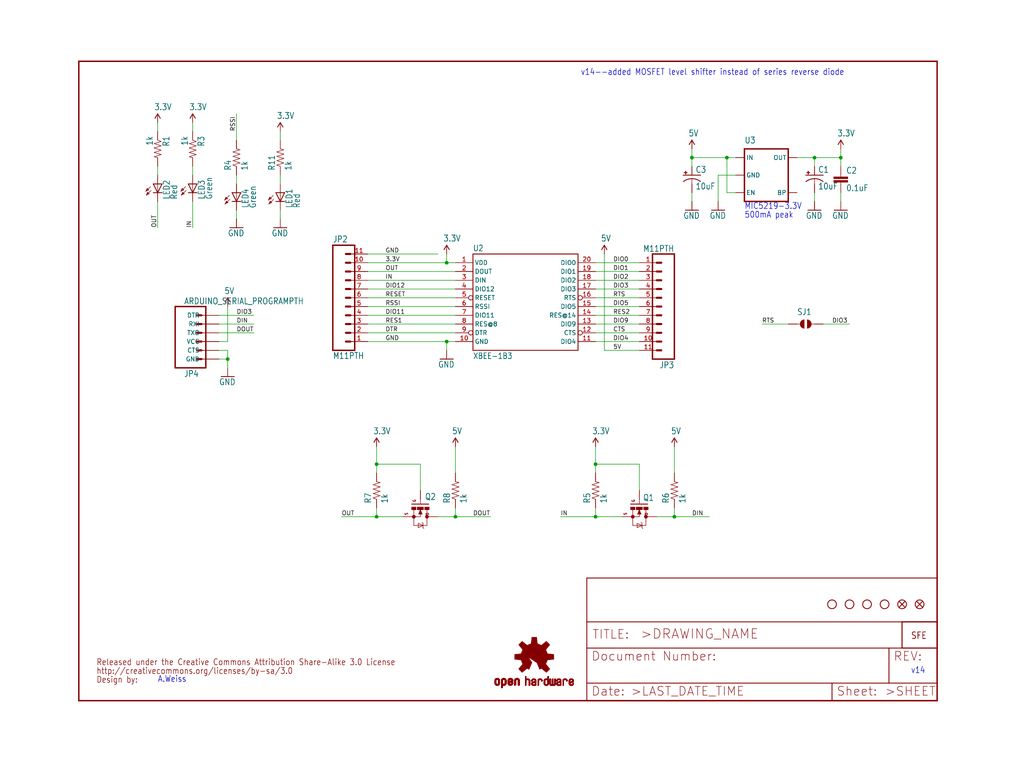
<source format=kicad_sch>
(kicad_sch (version 20211123) (generator eeschema)
  (paper "User" 297.002 223.926)
  (lib_symbols
    (symbol "eagleSchem-eagle-import:3.3V" (power)
      (property "Value" "3.3V" (at -1.016 3.556 0))
      (symbol "3.3V_1_0"
        (pin power_in line (at 0 0 90) (length 2.54) (name "3.3V") (number "1"))
      )
    )
    (symbol "eagleSchem-eagle-import:5V" (power)
      (property "Value" "5V" (at -1.016 3.556 0))
      (symbol "5V_1_0"
        (pin power_in line (at 0 0 90) (length 2.54) (name "5V") (number "1"))
      )
    )
    (symbol "eagleSchem-eagle-import:ARDUINO_SERIAL_PROGRAMPTH"
      (property "Reference" "JP" (at -5.08 10.922 0))
      (property "Value" "ARDUINO_SERIAL_PROGRAMPTH" (at -5.08 -10.16 0))
      (symbol "ARDUINO_SERIAL_PROGRAMPTH_1_0"
        (pin passive line (at 5.08 -5.08 180) (length 5.08) (name "DTR") (number "1"))
        (pin passive line (at 5.08 -2.54 180) (length 5.08) (name "RXI") (number "2"))
        (pin passive line (at 5.08 0 180) (length 5.08) (name "TXO") (number "3"))
        (pin passive line (at 5.08 2.54 180) (length 5.08) (name "VCC") (number "4"))
        (pin passive line (at 5.08 5.08 180) (length 5.08) (name "CTS") (number "5"))
        (pin passive line (at 5.08 7.62 180) (length 5.08) (name "GND") (number "6"))
      )
    )
    (symbol "eagleSchem-eagle-import:CAP0402-CAP"
      (property "Reference" "C" (at 1.524 2.921 0))
      (property "Value" "CAP0402-CAP" (at 1.524 -2.159 0))
      (symbol "CAP0402-CAP_1_0"
        (pin passive line (at 0 5.08 270) (length 2.54) (name "1") (number "1"))
        (pin passive line (at 0 -2.54 90) (length 2.54) (name "2") (number "2"))
      )
    )
    (symbol "eagleSchem-eagle-import:CAP_POL1206"
      (property "Reference" "C" (at 1.016 0.635 0))
      (property "Value" "CAP_POL1206" (at 1.016 -4.191 0))
      (symbol "CAP_POL1206_1_0"
        (pin passive line (at 0 2.54 270) (length 2.54) (name "+") (number "A"))
        (pin passive line (at 0 -5.08 90) (length 2.54) (name "-") (number "C"))
      )
    )
    (symbol "eagleSchem-eagle-import:CREATIVE_COMMONS"
      (symbol "CREATIVE_COMMONS_1_0"
        (text "Design by:" (at 0 0 0) (effects (font (size 1.778 1.5113)) (justify left bottom)))
        (text "http://creativecommons.org/licenses/by-sa/3.0" (at 0 2.54 0) (effects (font (size 1.778 1.5113)) (justify left bottom)))
        (text "Released under the Creative Commons Attribution Share-Alike 3.0 License" (at 0 5.08 0) (effects (font (size 1.778 1.5113)) (justify left bottom)))
      )
    )
    (symbol "eagleSchem-eagle-import:FIDUCIAL1X2")
    (symbol "eagleSchem-eagle-import:FRAME-LETTER"
      (symbol "FRAME-LETTER_2_0"
        (text ">DRAWING_NAME" (at 15.494 17.78 0) (effects (font (size 2.7432 2.7432)) (justify left bottom)))
        (text ">LAST_DATE_TIME" (at 12.7 1.27 0) (effects (font (size 2.54 2.54)) (justify left bottom)))
        (text ">SHEET" (at 86.36 1.27 0) (effects (font (size 2.54 2.54)) (justify left bottom)))
        (text "Date:" (at 1.27 1.27 0) (effects (font (size 2.54 2.54)) (justify left bottom)))
        (text "Document Number:" (at 1.27 11.43 0) (effects (font (size 2.54 2.54)) (justify left bottom)))
        (text "REV:" (at 88.9 11.43 0) (effects (font (size 2.54 2.54)) (justify left bottom)))
        (text "Sheet:" (at 72.39 1.27 0) (effects (font (size 2.54 2.54)) (justify left bottom)))
        (text "TITLE:" (at 1.524 17.78 0) (effects (font (size 2.54 2.54)) (justify left bottom)))
      )
    )
    (symbol "eagleSchem-eagle-import:GND" (power)
      (property "Value" "GND" (at -2.54 -2.54 0))
      (symbol "GND_1_0"
        (pin power_in line (at 0 2.54 270) (length 2.54) (name "GND") (number "1"))
      )
    )
    (symbol "eagleSchem-eagle-import:LED0603"
      (property "Reference" "LED" (at 3.556 -4.572 90))
      (property "Value" "LED0603" (at 5.715 -4.572 90))
      (symbol "LED0603_1_0"
        (pin passive line (at 0 2.54 270) (length 2.54) (name "A") (number "A"))
        (pin passive line (at 0 -5.08 90) (length 2.54) (name "C") (number "C"))
      )
    )
    (symbol "eagleSchem-eagle-import:LOGO-SFENEW"
      (symbol "LOGO-SFENEW_1_0"
        (text "SFE" (at 0 0 0) (effects (font (size 1.9304 1.6408)) (justify left bottom)))
      )
    )
    (symbol "eagleSchem-eagle-import:LOGO-SFESK"
      (symbol "LOGO-SFESK_1_0"
        (text "SFE" (at 0 0 0) (effects (font (size 1.9304 1.6408)) (justify left bottom)))
      )
    )
    (symbol "eagleSchem-eagle-import:M11PTH"
      (property "Reference" "JP" (at 0 16.002 0))
      (property "Value" "M11PTH" (at 0 -17.78 0))
      (symbol "M11PTH_1_0"
        (pin passive line (at 10.16 -12.7 180) (length 5.08) (name "1") (number "1"))
        (pin passive line (at 10.16 10.16 180) (length 5.08) (name "10") (number "10"))
        (pin passive line (at 10.16 12.7 180) (length 5.08) (name "11") (number "11"))
        (pin passive line (at 10.16 -10.16 180) (length 5.08) (name "2") (number "2"))
        (pin passive line (at 10.16 -7.62 180) (length 5.08) (name "3") (number "3"))
        (pin passive line (at 10.16 -5.08 180) (length 5.08) (name "4") (number "4"))
        (pin passive line (at 10.16 -2.54 180) (length 5.08) (name "5") (number "5"))
        (pin passive line (at 10.16 0 180) (length 5.08) (name "6") (number "6"))
        (pin passive line (at 10.16 2.54 180) (length 5.08) (name "7") (number "7"))
        (pin passive line (at 10.16 5.08 180) (length 5.08) (name "8") (number "8"))
        (pin passive line (at 10.16 7.62 180) (length 5.08) (name "9") (number "9"))
      )
    )
    (symbol "eagleSchem-eagle-import:MOSFET-NCHANNELSMD"
      (property "Reference" "Q" (at 5.08 2.54 0))
      (property "Value" "MOSFET-NCHANNELSMD" (at 5.08 0 0))
      (symbol "MOSFET-NCHANNELSMD_1_0"
        (text "D" (at -1.27 2.54 0) (effects (font (size 0.8128 0.6908)) (justify left bottom)))
        (text "G" (at -5.08 -1.27 0) (effects (font (size 0.8128 0.6908)) (justify left bottom)))
        (text "S" (at -1.27 -3.556 0) (effects (font (size 0.8128 0.6908)) (justify left bottom)))
        (pin passive line (at -7.62 0 0) (length 2.54) (name "G") (number "1"))
        (pin passive line (at 0 -5.08 90) (length 2.54) (name "S") (number "2"))
        (pin passive line (at 0 5.08 270) (length 2.54) (name "D") (number "3"))
      )
    )
    (symbol "eagleSchem-eagle-import:OSHW-LOGOS")
    (symbol "eagleSchem-eagle-import:RESISTOR0402-RES"
      (property "Reference" "R" (at -3.81 1.4986 0))
      (property "Value" "RESISTOR0402-RES" (at -3.81 -3.302 0))
      (symbol "RESISTOR0402-RES_1_0"
        (pin passive line (at -5.08 0 0) (length 2.54) (name "1") (number "1"))
        (pin passive line (at 5.08 0 180) (length 2.54) (name "2") (number "2"))
      )
    )
    (symbol "eagleSchem-eagle-import:SOLDERJUMPERNO"
      (property "Reference" "SJ" (at -2.54 2.54 0))
      (symbol "SOLDERJUMPERNO_1_0"
        (pin passive line (at -5.08 0 0) (length 2.54) (name "1") (number "1"))
        (pin passive line (at 5.08 0 180) (length 2.54) (name "2") (number "2"))
      )
    )
    (symbol "eagleSchem-eagle-import:STAND-OFF")
    (symbol "eagleSchem-eagle-import:V_REG_LDOSMD"
      (property "Value" "V_REG_LDOSMD" (at -7.62 -11.43 0))
      (symbol "V_REG_LDOSMD_1_0"
        (pin input line (at -10.16 5.08 0) (length 2.54) (name "IN") (number "1"))
        (pin input line (at -10.16 0 0) (length 2.54) (name "GND") (number "2"))
        (pin input line (at -10.16 -5.08 0) (length 2.54) (name "EN") (number "3"))
        (pin input line (at 7.62 -5.08 180) (length 2.54) (name "BP") (number "4"))
        (pin passive line (at 7.62 5.08 180) (length 2.54) (name "OUT") (number "5"))
      )
    )
    (symbol "eagleSchem-eagle-import:XBEE-1B3"
      (property "Value" "XBEE-1B3" (at -15.24 -17.78 0))
      (symbol "XBEE-1B3_1_0"
        (pin power_in line (at -20.32 10.16 0) (length 5.08) (name "VDD") (number "1"))
        (pin power_in line (at -20.32 -12.7 0) (length 5.08) (name "GND") (number "10"))
        (pin bidirectional line (at 20.32 -12.7 180) (length 5.08) (name "DIO4") (number "11"))
        (pin output inverted (at 20.32 -10.16 180) (length 5.08) (name "CTS") (number "12"))
        (pin bidirectional line (at 20.32 -7.62 180) (length 5.08) (name "DIO9") (number "13"))
        (pin bidirectional line (at 20.32 -5.08 180) (length 5.08) (name "RES@14") (number "14"))
        (pin bidirectional line (at 20.32 -2.54 180) (length 5.08) (name "DIO5") (number "15"))
        (pin input inverted (at 20.32 0 180) (length 5.08) (name "RTS") (number "16"))
        (pin bidirectional line (at 20.32 2.54 180) (length 5.08) (name "DIO3") (number "17"))
        (pin bidirectional line (at 20.32 5.08 180) (length 5.08) (name "DIO2") (number "18"))
        (pin bidirectional line (at 20.32 7.62 180) (length 5.08) (name "DIO1") (number "19"))
        (pin output line (at -20.32 7.62 0) (length 5.08) (name "DOUT") (number "2"))
        (pin bidirectional line (at 20.32 10.16 180) (length 5.08) (name "DIO0") (number "20"))
        (pin input line (at -20.32 5.08 0) (length 5.08) (name "DIN") (number "3"))
        (pin bidirectional line (at -20.32 2.54 0) (length 5.08) (name "DIO12") (number "4"))
        (pin input inverted (at -20.32 0 0) (length 5.08) (name "RESET") (number "5"))
        (pin bidirectional line (at -20.32 -2.54 0) (length 5.08) (name "RSSI") (number "6"))
        (pin bidirectional line (at -20.32 -5.08 0) (length 5.08) (name "DIO11") (number "7"))
        (pin bidirectional line (at -20.32 -7.62 0) (length 5.08) (name "RES@8") (number "8"))
        (pin bidirectional inverted (at -20.32 -10.16 0) (length 5.08) (name "DTR") (number "9"))
      )
    )
  )
  (junction (at 243.84 45.72))
  (junction (at 132.08 149.86))
  (junction (at 195.58 149.86))
  (junction (at 200.66 45.72))
  (junction (at 210.82 45.72))
  (junction (at 129.54 99.06))
  (junction (at 236.22 45.72))
  (junction (at 172.72 149.86))
  (junction (at 109.22 149.86))
  (junction (at 109.22 134.62))
  (junction (at 66.04 104.14))
  (junction (at 172.72 134.62))
  (junction (at 129.54 76.2))
  (wire (pts (xy 129.54 76.2) (xy 129.54 73.66)))
  (wire (pts (xy 172.72 147.32) (xy 172.72 149.86)))
  (wire (pts (xy 180.34 149.86) (xy 172.72 149.86)))
  (wire (pts (xy 213.36 55.88) (xy 210.82 55.88)))
  (wire (pts (xy 45.72 48.26) (xy 45.72 50.8)))
  (wire (pts (xy 121.92 134.62) (xy 121.92 142.24)))
  (wire (pts (xy 228.6 93.98) (xy 220.98 93.98)))
  (wire (pts (xy 55.88 38.1) (xy 55.88 35.56)))
  (wire (pts (xy 132.08 149.86) (xy 142.24 149.86)))
  (wire (pts (xy 55.88 48.26) (xy 55.88 50.8)))
  (wire (pts (xy 231.14 45.72) (xy 236.22 45.72)))
  (wire (pts (xy 81.28 53.34) (xy 81.28 50.8)))
  (wire (pts (xy 185.42 96.52) (xy 172.72 96.52)))
  (wire (pts (xy 172.72 134.62) (xy 172.72 137.16)))
  (wire (pts (xy 66.04 106.68) (xy 66.04 104.14)))
  (wire (pts (xy 63.5 93.98) (xy 73.66 93.98)))
  (wire (pts (xy 213.36 50.8) (xy 208.28 50.8)))
  (wire (pts (xy 68.58 60.96) (xy 68.58 63.5)))
  (wire (pts (xy 132.08 83.82) (xy 106.68 83.82)))
  (wire (pts (xy 99.06 149.86) (xy 109.22 149.86)))
  (wire (pts (xy 185.42 91.44) (xy 172.72 91.44)))
  (wire (pts (xy 132.08 91.44) (xy 106.68 91.44)))
  (wire (pts (xy 106.68 73.66) (xy 127 73.66)))
  (wire (pts (xy 200.66 45.72) (xy 200.66 43.18)))
  (wire (pts (xy 236.22 48.26) (xy 236.22 45.72)))
  (wire (pts (xy 172.72 129.54) (xy 172.72 134.62)))
  (wire (pts (xy 132.08 76.2) (xy 129.54 76.2)))
  (wire (pts (xy 63.5 104.14) (xy 66.04 104.14)))
  (wire (pts (xy 185.42 88.9) (xy 172.72 88.9)))
  (wire (pts (xy 185.42 86.36) (xy 172.72 86.36)))
  (wire (pts (xy 175.26 101.6) (xy 175.26 73.66)))
  (wire (pts (xy 63.5 96.52) (xy 73.66 96.52)))
  (wire (pts (xy 66.04 101.6) (xy 66.04 104.14)))
  (wire (pts (xy 195.58 147.32) (xy 195.58 149.86)))
  (wire (pts (xy 106.68 81.28) (xy 132.08 81.28)))
  (wire (pts (xy 66.04 99.06) (xy 66.04 88.9)))
  (wire (pts (xy 185.42 81.28) (xy 172.72 81.28)))
  (wire (pts (xy 132.08 78.74) (xy 106.68 78.74)))
  (wire (pts (xy 243.84 58.42) (xy 243.84 55.88)))
  (wire (pts (xy 238.76 93.98) (xy 246.38 93.98)))
  (wire (pts (xy 132.08 93.98) (xy 106.68 93.98)))
  (wire (pts (xy 243.84 45.72) (xy 243.84 43.18)))
  (wire (pts (xy 190.5 149.86) (xy 195.58 149.86)))
  (wire (pts (xy 109.22 147.32) (xy 109.22 149.86)))
  (wire (pts (xy 81.28 60.96) (xy 81.28 63.5)))
  (wire (pts (xy 63.5 91.44) (xy 73.66 91.44)))
  (wire (pts (xy 236.22 45.72) (xy 243.84 45.72)))
  (wire (pts (xy 132.08 99.06) (xy 129.54 99.06)))
  (wire (pts (xy 200.66 58.42) (xy 200.66 55.88)))
  (wire (pts (xy 129.54 76.2) (xy 106.68 76.2)))
  (wire (pts (xy 132.08 137.16) (xy 132.08 129.54)))
  (wire (pts (xy 81.28 38.1) (xy 81.28 40.64)))
  (wire (pts (xy 172.72 134.62) (xy 185.42 134.62)))
  (wire (pts (xy 132.08 86.36) (xy 106.68 86.36)))
  (wire (pts (xy 129.54 99.06) (xy 129.54 101.6)))
  (wire (pts (xy 208.28 50.8) (xy 208.28 58.42)))
  (wire (pts (xy 185.42 134.62) (xy 185.42 142.24)))
  (wire (pts (xy 185.42 78.74) (xy 172.72 78.74)))
  (wire (pts (xy 172.72 149.86) (xy 162.56 149.86)))
  (wire (pts (xy 55.88 58.42) (xy 55.88 66.04)))
  (wire (pts (xy 243.84 48.26) (xy 243.84 45.72)))
  (wire (pts (xy 185.42 99.06) (xy 172.72 99.06)))
  (wire (pts (xy 127 149.86) (xy 132.08 149.86)))
  (wire (pts (xy 185.42 83.82) (xy 172.72 83.82)))
  (wire (pts (xy 185.42 76.2) (xy 172.72 76.2)))
  (wire (pts (xy 63.5 101.6) (xy 66.04 101.6)))
  (wire (pts (xy 68.58 50.8) (xy 68.58 53.34)))
  (wire (pts (xy 109.22 134.62) (xy 109.22 137.16)))
  (wire (pts (xy 185.42 101.6) (xy 175.26 101.6)))
  (wire (pts (xy 195.58 137.16) (xy 195.58 129.54)))
  (wire (pts (xy 63.5 99.06) (xy 66.04 99.06)))
  (wire (pts (xy 195.58 149.86) (xy 205.74 149.86)))
  (wire (pts (xy 210.82 55.88) (xy 210.82 45.72)))
  (wire (pts (xy 129.54 99.06) (xy 106.68 99.06)))
  (wire (pts (xy 200.66 48.26) (xy 200.66 45.72)))
  (wire (pts (xy 236.22 58.42) (xy 236.22 55.88)))
  (wire (pts (xy 45.72 58.42) (xy 45.72 66.04)))
  (wire (pts (xy 109.22 149.86) (xy 116.84 149.86)))
  (wire (pts (xy 109.22 134.62) (xy 121.92 134.62)))
  (wire (pts (xy 185.42 93.98) (xy 172.72 93.98)))
  (wire (pts (xy 132.08 96.52) (xy 106.68 96.52)))
  (wire (pts (xy 210.82 45.72) (xy 200.66 45.72)))
  (wire (pts (xy 109.22 129.54) (xy 109.22 134.62)))
  (wire (pts (xy 68.58 40.64) (xy 68.58 33.02)))
  (wire (pts (xy 213.36 45.72) (xy 210.82 45.72)))
  (wire (pts (xy 132.08 88.9) (xy 106.68 88.9)))
  (wire (pts (xy 132.08 147.32) (xy 132.08 149.86)))
  (wire (pts (xy 45.72 38.1) (xy 45.72 35.56)))
  (text "500mA peak" (at 215.9 63.5 180) (effects (font (size 1.778 1.5113)) (justify left bottom)))
  (text "v14--added MOSFET level shifter instead of series reverse diode" (at 168.402 22.098 0) (effects (font (size 1.778 1.5113)) (justify left bottom)))
  (text "v14" (at 264.16 195.58 180) (effects (font (size 1.778 1.5113)) (justify left bottom)))
  (text "A.Weiss" (at 45.72 198.12 180) (effects (font (size 1.778 1.5113)) (justify left bottom)))
  (text "MIC5219-3.3V" (at 215.9 60.96 180) (effects (font (size 1.778 1.5113)) (justify left bottom)))
  (label "5V" (at 177.8 101.6 0) (effects (font (size 1.2446 1.2446))))
  (label "DIO12" (at 111.76 83.82 0) (effects (font (size 1.2446 1.2446))))
  (label "IN" (at 162.56 149.86 0) (effects (font (size 1.2446 1.2446))))
  (label "DIO3" (at 241.3 93.98 0) (effects (font (size 1.2446 1.2446))))
  (label "RSSI" (at 111.76 88.9 0) (effects (font (size 1.2446 1.2446))))
  (label "OUT" (at 111.76 78.74 0) (effects (font (size 1.2446 1.2446))))
  (label "IN" (at 55.88 66.04 90) (effects (font (size 1.2446 1.2446))))
  (label "DIO0" (at 177.8 76.2 0) (effects (font (size 1.2446 1.2446))))
  (label "DIO4" (at 177.8 99.06 0) (effects (font (size 1.2446 1.2446))))
  (label "DTR" (at 111.76 96.52 0) (effects (font (size 1.2446 1.2446))))
  (label "GND" (at 111.76 73.66 0) (effects (font (size 1.2446 1.2446))))
  (label "DIO3" (at 68.58 91.44 0) (effects (font (size 1.2446 1.2446))))
  (label "DOUT" (at 68.58 96.52 0) (effects (font (size 1.2446 1.2446))))
  (label "RESET" (at 111.76 86.36 0) (effects (font (size 1.2446 1.2446))))
  (label "DIN" (at 200.66 149.86 0) (effects (font (size 1.2446 1.2446))))
  (label "OUT" (at 99.06 149.86 0) (effects (font (size 1.2446 1.2446))))
  (label "3.3V" (at 111.76 76.2 0) (effects (font (size 1.2446 1.2446))))
  (label "RTS" (at 177.8 86.36 0) (effects (font (size 1.2446 1.2446))))
  (label "DIO11" (at 111.76 91.44 0) (effects (font (size 1.2446 1.2446))))
  (label "IN" (at 111.76 81.28 0) (effects (font (size 1.2446 1.2446))))
  (label "RTS" (at 220.98 93.98 0) (effects (font (size 1.2446 1.2446))))
  (label "DIO5" (at 177.8 88.9 0) (effects (font (size 1.2446 1.2446))))
  (label "DOUT" (at 137.16 149.86 0) (effects (font (size 1.2446 1.2446))))
  (label "RES1" (at 111.76 93.98 0) (effects (font (size 1.2446 1.2446))))
  (label "RES2" (at 177.8 91.44 0) (effects (font (size 1.2446 1.2446))))
  (label "DIO1" (at 177.8 78.74 0) (effects (font (size 1.2446 1.2446))))
  (label "DIO9" (at 177.8 93.98 0) (effects (font (size 1.2446 1.2446))))
  (label "GND" (at 111.76 99.06 0) (effects (font (size 1.2446 1.2446))))
  (label "DIN" (at 68.58 93.98 0) (effects (font (size 1.2446 1.2446))))
  (label "DIO2" (at 177.8 81.28 0) (effects (font (size 1.2446 1.2446))))
  (label "RSSI" (at 68.58 38.1 90) (effects (font (size 1.2446 1.2446))))
  (label "OUT" (at 45.72 66.04 90) (effects (font (size 1.2446 1.2446))))
  (label "DIO3" (at 177.8 83.82 0) (effects (font (size 1.2446 1.2446))))
  (label "CTS" (at 177.8 96.52 0) (effects (font (size 1.2446 1.2446))))
  (symbol (lib_id "eagleSchem-eagle-import:3.3V") (at 109.22 129.54 0) (unit 1)
    (property "Reference" "#P+7" (effects hide))
    (property "Value" "3.3V" (at 108.204 125.984 0) (effects (font (size 1.778 1.5113)) (justify left bottom)))
    (property "Footprint" "eagleSchem:" (effects hide))
  )
  (symbol (lib_id "eagleSchem-eagle-import:RESISTOR0402-RES") (at 45.72 43.18 270) (unit 1)
    (property "Reference" "R1" (at 47.2186 39.37 0) (effects (font (size 1.778 1.5113)) (justify left bottom)))
    (property "Value" "1k" (at 42.418 39.37 0) (effects (font (size 1.778 1.5113)) (justify left bottom)))
    (property "Footprint" "eagleSchem:0402-RES" (effects hide))
  )
  (symbol (lib_id "eagleSchem-eagle-import:STAND-OFF") (at 241.3 175.26 0) (unit 1)
    (property "Reference" "U$11" (effects hide))
    (property "Value" "STAND-OFF" (effects hide))
    (property "Footprint" "eagleSchem:STAND-OFF" (effects hide))
  )
  (symbol (lib_id "eagleSchem-eagle-import:V_REG_LDOSMD") (at 223.52 50.8 0) (unit 1)
    (property "Reference" "U3" (at 215.9 41.656 0) (effects (font (size 1.778 1.5113)) (justify left bottom)))
    (property "Value" "V_REG_LDOSMD" (effects hide))
    (property "Footprint" "eagleSchem:SOT23-5" (effects hide))
  )
  (symbol (lib_id "eagleSchem-eagle-import:5V") (at 66.04 88.9 0) (unit 1)
    (property "Reference" "#U$14" (effects hide))
    (property "Value" "5V" (at 65.024 85.344 0) (effects (font (size 1.778 1.5113)) (justify left bottom)))
    (property "Footprint" "eagleSchem:" (effects hide))
  )
  (symbol (lib_id "eagleSchem-eagle-import:5V") (at 195.58 129.54 0) (unit 1)
    (property "Reference" "#U$6" (effects hide))
    (property "Value" "5V" (at 194.564 125.984 0) (effects (font (size 1.778 1.5113)) (justify left bottom)))
    (property "Footprint" "eagleSchem:" (effects hide))
  )
  (symbol (lib_id "eagleSchem-eagle-import:CAP_POL1206") (at 236.22 50.8 0) (unit 1)
    (property "Reference" "C1" (at 237.236 50.165 0) (effects (font (size 1.778 1.5113)) (justify left bottom)))
    (property "Value" "10uF" (at 237.236 54.991 0) (effects (font (size 1.778 1.5113)) (justify left bottom)))
    (property "Footprint" "eagleSchem:EIA3216" (effects hide))
  )
  (symbol (lib_id "eagleSchem-eagle-import:RESISTOR0402-RES") (at 68.58 45.72 90) (unit 1)
    (property "Reference" "R4" (at 67.0814 49.53 0) (effects (font (size 1.778 1.5113)) (justify left bottom)))
    (property "Value" "1k" (at 71.882 49.53 0) (effects (font (size 1.778 1.5113)) (justify left bottom)))
    (property "Footprint" "eagleSchem:0402-RES" (effects hide))
  )
  (symbol (lib_id "eagleSchem-eagle-import:RESISTOR0402-RES") (at 81.28 45.72 90) (unit 1)
    (property "Reference" "R11" (at 79.7814 49.53 0) (effects (font (size 1.778 1.5113)) (justify left bottom)))
    (property "Value" "1k" (at 84.582 49.53 0) (effects (font (size 1.778 1.5113)) (justify left bottom)))
    (property "Footprint" "eagleSchem:0402-RES" (effects hide))
  )
  (symbol (lib_id "eagleSchem-eagle-import:3.3V") (at 45.72 35.56 0) (unit 1)
    (property "Reference" "#P+4" (effects hide))
    (property "Value" "3.3V" (at 44.704 32.004 0) (effects (font (size 1.778 1.5113)) (justify left bottom)))
    (property "Footprint" "eagleSchem:" (effects hide))
  )
  (symbol (lib_id "eagleSchem-eagle-import:RESISTOR0402-RES") (at 55.88 43.18 270) (unit 1)
    (property "Reference" "R3" (at 57.3786 39.37 0) (effects (font (size 1.778 1.5113)) (justify left bottom)))
    (property "Value" "1k" (at 52.578 39.37 0) (effects (font (size 1.778 1.5113)) (justify left bottom)))
    (property "Footprint" "eagleSchem:0402-RES" (effects hide))
  )
  (symbol (lib_id "eagleSchem-eagle-import:CAP0402-CAP") (at 243.84 53.34 0) (unit 1)
    (property "Reference" "C2" (at 245.364 50.419 0) (effects (font (size 1.778 1.5113)) (justify left bottom)))
    (property "Value" "0.1uF" (at 245.364 55.499 0) (effects (font (size 1.778 1.5113)) (justify left bottom)))
    (property "Footprint" "eagleSchem:0402-CAP" (effects hide))
  )
  (symbol (lib_id "eagleSchem-eagle-import:LED0603") (at 55.88 53.34 0) (unit 1)
    (property "Reference" "LED3" (at 59.436 57.912 90) (effects (font (size 1.778 1.5113)) (justify left bottom)))
    (property "Value" "Green" (at 61.595 57.912 90) (effects (font (size 1.778 1.5113)) (justify left bottom)))
    (property "Footprint" "eagleSchem:LED-0603" (effects hide))
  )
  (symbol (lib_id "eagleSchem-eagle-import:CREATIVE_COMMONS") (at 27.94 198.12 0) (unit 1)
    (property "Reference" "U$8" (effects hide))
    (property "Value" "CREATIVE_COMMONS" (effects hide))
    (property "Footprint" "eagleSchem:CREATIVE_COMMONS" (effects hide))
  )
  (symbol (lib_id "eagleSchem-eagle-import:GND") (at 66.04 109.22 0) (unit 1)
    (property "Reference" "#GND7" (effects hide))
    (property "Value" "GND" (at 63.5 111.76 0) (effects (font (size 1.778 1.5113)) (justify left bottom)))
    (property "Footprint" "eagleSchem:" (effects hide))
  )
  (symbol (lib_id "eagleSchem-eagle-import:FRAME-LETTER") (at 170.18 203.2 0) (unit 2)
    (property "Reference" "#FRAME1" (effects hide))
    (property "Value" "FRAME-LETTER" (effects hide))
    (property "Footprint" "eagleSchem:" (effects hide))
  )
  (symbol (lib_id "eagleSchem-eagle-import:GND") (at 68.58 66.04 0) (unit 1)
    (property "Reference" "#GND4" (effects hide))
    (property "Value" "GND" (at 66.04 68.58 0) (effects (font (size 1.778 1.5113)) (justify left bottom)))
    (property "Footprint" "eagleSchem:" (effects hide))
  )
  (symbol (lib_id "eagleSchem-eagle-import:STAND-OFF") (at 251.46 175.26 0) (unit 1)
    (property "Reference" "U$9" (effects hide))
    (property "Value" "STAND-OFF" (effects hide))
    (property "Footprint" "eagleSchem:STAND-OFF" (effects hide))
  )
  (symbol (lib_id "eagleSchem-eagle-import:XBEE-1B3") (at 152.4 86.36 0) (unit 1)
    (property "Reference" "U2" (at 137.16 72.898 0) (effects (font (size 1.6764 1.4249)) (justify left bottom)))
    (property "Value" "XBEE-1B3" (at 137.16 104.14 0) (effects (font (size 1.6764 1.4249)) (justify left bottom)))
    (property "Footprint" "eagleSchem:XBEE-SMD" (effects hide))
  )
  (symbol (lib_id "eagleSchem-eagle-import:3.3V") (at 55.88 35.56 0) (unit 1)
    (property "Reference" "#P+3" (effects hide))
    (property "Value" "3.3V" (at 54.864 32.004 0) (effects (font (size 1.778 1.5113)) (justify left bottom)))
    (property "Footprint" "eagleSchem:" (effects hide))
  )
  (symbol (lib_id "eagleSchem-eagle-import:FIDUCIAL1X2") (at 266.7 175.26 0) (unit 1)
    (property "Reference" "U$7" (effects hide))
    (property "Value" "FIDUCIAL1X2" (effects hide))
    (property "Footprint" "eagleSchem:FIDUCIAL-1X2" (effects hide))
  )
  (symbol (lib_id "eagleSchem-eagle-import:OSHW-LOGOS") (at 154.94 190.5 0) (unit 1)
    (property "Reference" "U$3" (effects hide))
    (property "Value" "OSHW-LOGOS" (effects hide))
    (property "Footprint" "eagleSchem:OSHW-LOGO-S" (effects hide))
  )
  (symbol (lib_id "eagleSchem-eagle-import:3.3V") (at 129.54 73.66 0) (unit 1)
    (property "Reference" "#P+1" (effects hide))
    (property "Value" "3.3V" (at 128.524 70.104 0) (effects (font (size 1.778 1.5113)) (justify left bottom)))
    (property "Footprint" "eagleSchem:" (effects hide))
  )
  (symbol (lib_id "eagleSchem-eagle-import:3.3V") (at 81.28 38.1 0) (unit 1)
    (property "Reference" "#P+2" (effects hide))
    (property "Value" "3.3V" (at 80.264 34.544 0) (effects (font (size 1.778 1.5113)) (justify left bottom)))
    (property "Footprint" "eagleSchem:" (effects hide))
  )
  (symbol (lib_id "eagleSchem-eagle-import:LED0603") (at 81.28 55.88 0) (unit 1)
    (property "Reference" "LED1" (at 84.836 60.452 90) (effects (font (size 1.778 1.5113)) (justify left bottom)))
    (property "Value" "Red" (at 86.995 60.452 90) (effects (font (size 1.778 1.5113)) (justify left bottom)))
    (property "Footprint" "eagleSchem:LED-0603" (effects hide))
  )
  (symbol (lib_id "eagleSchem-eagle-import:LED0603") (at 45.72 53.34 0) (unit 1)
    (property "Reference" "LED2" (at 49.276 57.912 90) (effects (font (size 1.778 1.5113)) (justify left bottom)))
    (property "Value" "Red" (at 51.435 57.912 90) (effects (font (size 1.778 1.5113)) (justify left bottom)))
    (property "Footprint" "eagleSchem:LED-0603" (effects hide))
  )
  (symbol (lib_id "eagleSchem-eagle-import:RESISTOR0402-RES") (at 109.22 142.24 90) (unit 1)
    (property "Reference" "R7" (at 107.7214 146.05 0) (effects (font (size 1.778 1.5113)) (justify left bottom)))
    (property "Value" "1k" (at 112.522 146.05 0) (effects (font (size 1.778 1.5113)) (justify left bottom)))
    (property "Footprint" "eagleSchem:0402-RES" (effects hide))
  )
  (symbol (lib_id "eagleSchem-eagle-import:LOGO-SFESK") (at 264.16 185.42 0) (unit 1)
    (property "Reference" "U$1" (effects hide))
    (property "Value" "LOGO-SFESK" (effects hide))
    (property "Footprint" "eagleSchem:SFE-LOGO-FLAME" (effects hide))
  )
  (symbol (lib_id "eagleSchem-eagle-import:M11PTH") (at 96.52 86.36 0) (unit 1)
    (property "Reference" "JP2" (at 96.52 70.358 0) (effects (font (size 1.778 1.5113)) (justify left bottom)))
    (property "Value" "M11PTH" (at 96.52 104.14 0) (effects (font (size 1.778 1.5113)) (justify left bottom)))
    (property "Footprint" "eagleSchem:1X11" (effects hide))
  )
  (symbol (lib_id "eagleSchem-eagle-import:STAND-OFF") (at 256.54 175.26 0) (unit 1)
    (property "Reference" "U$5" (effects hide))
    (property "Value" "STAND-OFF" (effects hide))
    (property "Footprint" "eagleSchem:STAND-OFF" (effects hide))
  )
  (symbol (lib_id "eagleSchem-eagle-import:RESISTOR0402-RES") (at 195.58 142.24 90) (unit 1)
    (property "Reference" "R6" (at 194.0814 146.05 0) (effects (font (size 1.778 1.5113)) (justify left bottom)))
    (property "Value" "1k" (at 198.882 146.05 0) (effects (font (size 1.778 1.5113)) (justify left bottom)))
    (property "Footprint" "eagleSchem:0402-RES" (effects hide))
  )
  (symbol (lib_id "eagleSchem-eagle-import:RESISTOR0402-RES") (at 132.08 142.24 90) (unit 1)
    (property "Reference" "R8" (at 130.5814 146.05 0) (effects (font (size 1.778 1.5113)) (justify left bottom)))
    (property "Value" "1k" (at 135.382 146.05 0) (effects (font (size 1.778 1.5113)) (justify left bottom)))
    (property "Footprint" "eagleSchem:0402-RES" (effects hide))
  )
  (symbol (lib_id "eagleSchem-eagle-import:GND") (at 81.28 66.04 0) (unit 1)
    (property "Reference" "#GND28" (effects hide))
    (property "Value" "GND" (at 78.74 68.58 0) (effects (font (size 1.778 1.5113)) (justify left bottom)))
    (property "Footprint" "eagleSchem:" (effects hide))
  )
  (symbol (lib_id "eagleSchem-eagle-import:5V") (at 132.08 129.54 0) (unit 1)
    (property "Reference" "#U$2" (effects hide))
    (property "Value" "5V" (at 131.064 125.984 0) (effects (font (size 1.778 1.5113)) (justify left bottom)))
    (property "Footprint" "eagleSchem:" (effects hide))
  )
  (symbol (lib_id "eagleSchem-eagle-import:LED0603") (at 68.58 55.88 0) (unit 1)
    (property "Reference" "LED4" (at 72.136 60.452 90) (effects (font (size 1.778 1.5113)) (justify left bottom)))
    (property "Value" "Green" (at 74.295 60.452 90) (effects (font (size 1.778 1.5113)) (justify left bottom)))
    (property "Footprint" "eagleSchem:LED-0603" (effects hide))
  )
  (symbol (lib_id "eagleSchem-eagle-import:GND") (at 129.54 104.14 0) (unit 1)
    (property "Reference" "#GND2" (effects hide))
    (property "Value" "GND" (at 127 106.68 0) (effects (font (size 1.778 1.5113)) (justify left bottom)))
    (property "Footprint" "eagleSchem:" (effects hide))
  )
  (symbol (lib_id "eagleSchem-eagle-import:MOSFET-NCHANNELSMD") (at 185.42 149.86 270) (unit 1)
    (property "Reference" "Q1" (at 186.436 145.288 90) (effects (font (size 1.778 1.5113)) (justify left bottom)))
    (property "Value" "MOSFET-NCHANNELSMD" (effects hide))
    (property "Footprint" "eagleSchem:SOT23-3" (effects hide))
  )
  (symbol (lib_id "eagleSchem-eagle-import:STAND-OFF") (at 246.38 175.26 0) (unit 1)
    (property "Reference" "U$10" (effects hide))
    (property "Value" "STAND-OFF" (effects hide))
    (property "Footprint" "eagleSchem:STAND-OFF" (effects hide))
  )
  (symbol (lib_id "eagleSchem-eagle-import:GND") (at 208.28 60.96 0) (unit 1)
    (property "Reference" "#GND1" (effects hide))
    (property "Value" "GND" (at 205.74 63.5 0) (effects (font (size 1.778 1.5113)) (justify left bottom)))
    (property "Footprint" "eagleSchem:" (effects hide))
  )
  (symbol (lib_id "eagleSchem-eagle-import:GND") (at 243.84 60.96 0) (unit 1)
    (property "Reference" "#GND5" (effects hide))
    (property "Value" "GND" (at 241.3 63.5 0) (effects (font (size 1.778 1.5113)) (justify left bottom)))
    (property "Footprint" "eagleSchem:" (effects hide))
  )
  (symbol (lib_id "eagleSchem-eagle-import:ARDUINO_SERIAL_PROGRAMPTH") (at 58.42 96.52 0) (mirror x) (unit 1)
    (property "Reference" "JP4" (at 53.34 107.442 0) (effects (font (size 1.778 1.5113)) (justify left bottom)))
    (property "Value" "ARDUINO_SERIAL_PROGRAMPTH" (at 53.34 86.36 0) (effects (font (size 1.778 1.5113)) (justify left bottom)))
    (property "Footprint" "eagleSchem:1X06" (effects hide))
  )
  (symbol (lib_id "eagleSchem-eagle-import:5V") (at 200.66 43.18 0) (unit 1)
    (property "Reference" "#U$12" (effects hide))
    (property "Value" "5V" (at 199.644 39.624 0) (effects (font (size 1.778 1.5113)) (justify left bottom)))
    (property "Footprint" "eagleSchem:" (effects hide))
  )
  (symbol (lib_id "eagleSchem-eagle-import:CAP_POL1206") (at 200.66 50.8 0) (unit 1)
    (property "Reference" "C3" (at 201.676 50.165 0) (effects (font (size 1.778 1.5113)) (justify left bottom)))
    (property "Value" "10uF" (at 201.676 54.991 0) (effects (font (size 1.778 1.5113)) (justify left bottom)))
    (property "Footprint" "eagleSchem:EIA3216" (effects hide))
  )
  (symbol (lib_id "eagleSchem-eagle-import:GND") (at 236.22 60.96 0) (unit 1)
    (property "Reference" "#GND3" (effects hide))
    (property "Value" "GND" (at 233.68 63.5 0) (effects (font (size 1.778 1.5113)) (justify left bottom)))
    (property "Footprint" "eagleSchem:" (effects hide))
  )
  (symbol (lib_id "eagleSchem-eagle-import:M11PTH") (at 195.58 88.9 180) (unit 1)
    (property "Reference" "JP3" (at 195.58 104.902 0) (effects (font (size 1.778 1.5113)) (justify left bottom)))
    (property "Value" "M11PTH" (at 195.58 71.12 0) (effects (font (size 1.778 1.5113)) (justify left bottom)))
    (property "Footprint" "eagleSchem:1X11" (effects hide))
  )
  (symbol (lib_id "eagleSchem-eagle-import:3.3V") (at 243.84 43.18 0) (unit 1)
    (property "Reference" "#P+6" (effects hide))
    (property "Value" "3.3V" (at 242.824 39.624 0) (effects (font (size 1.778 1.5113)) (justify left bottom)))
    (property "Footprint" "eagleSchem:" (effects hide))
  )
  (symbol (lib_id "eagleSchem-eagle-import:FIDUCIAL1X2") (at 261.62 175.26 0) (unit 1)
    (property "Reference" "U$16" (effects hide))
    (property "Value" "FIDUCIAL1X2" (effects hide))
    (property "Footprint" "eagleSchem:FIDUCIAL-1X2" (effects hide))
  )
  (symbol (lib_id "eagleSchem-eagle-import:FRAME-LETTER") (at 22.86 203.2 0) (unit 1)
    (property "Reference" "#FRAME1" (effects hide))
    (property "Value" "FRAME-LETTER" (effects hide))
    (property "Footprint" "eagleSchem:" (effects hide))
  )
  (symbol (lib_id "eagleSchem-eagle-import:3.3V") (at 172.72 129.54 0) (unit 1)
    (property "Reference" "#P+5" (effects hide))
    (property "Value" "3.3V" (at 171.704 125.984 0) (effects (font (size 1.778 1.5113)) (justify left bottom)))
    (property "Footprint" "eagleSchem:" (effects hide))
  )
  (symbol (lib_id "eagleSchem-eagle-import:SOLDERJUMPERNO") (at 233.68 93.98 0) (unit 1)
    (property "Reference" "SJ1" (at 231.14 91.44 0) (effects (font (size 1.778 1.5113)) (justify left bottom)))
    (property "Value" "SOLDERJUMPERNO" (effects hide))
    (property "Footprint" "eagleSchem:SJ_2S-NO" (effects hide))
  )
  (symbol (lib_id "eagleSchem-eagle-import:RESISTOR0402-RES") (at 172.72 142.24 90) (unit 1)
    (property "Reference" "R5" (at 171.2214 146.05 0) (effects (font (size 1.778 1.5113)) (justify left bottom)))
    (property "Value" "1k" (at 176.022 146.05 0) (effects (font (size 1.778 1.5113)) (justify left bottom)))
    (property "Footprint" "eagleSchem:0402-RES" (effects hide))
  )
  (symbol (lib_id "eagleSchem-eagle-import:5V") (at 175.26 73.66 0) (unit 1)
    (property "Reference" "#U$13" (effects hide))
    (property "Value" "5V" (at 174.244 70.104 0) (effects (font (size 1.778 1.5113)) (justify left bottom)))
    (property "Footprint" "eagleSchem:" (effects hide))
  )
  (symbol (lib_id "eagleSchem-eagle-import:LOGO-SFENEW") (at 264.16 185.42 0) (unit 1)
    (property "Reference" "U$4" (effects hide))
    (property "Value" "LOGO-SFENEW" (effects hide))
    (property "Footprint" "eagleSchem:SFE-NEW-WEBLOGO" (effects hide))
  )
  (symbol (lib_id "eagleSchem-eagle-import:MOSFET-NCHANNELSMD") (at 121.92 149.86 270) (unit 1)
    (property "Reference" "Q2" (at 123.19 145.034 90) (effects (font (size 1.778 1.5113)) (justify left bottom)))
    (property "Value" "MOSFET-NCHANNELSMD" (effects hide))
    (property "Footprint" "eagleSchem:SOT23-3" (effects hide))
  )
  (symbol (lib_id "eagleSchem-eagle-import:GND") (at 200.66 60.96 0) (unit 1)
    (property "Reference" "#GND6" (effects hide))
    (property "Value" "GND" (at 198.12 63.5 0) (effects (font (size 1.778 1.5113)) (justify left bottom)))
    (property "Footprint" "eagleSchem:" (effects hide))
  )
)
</source>
